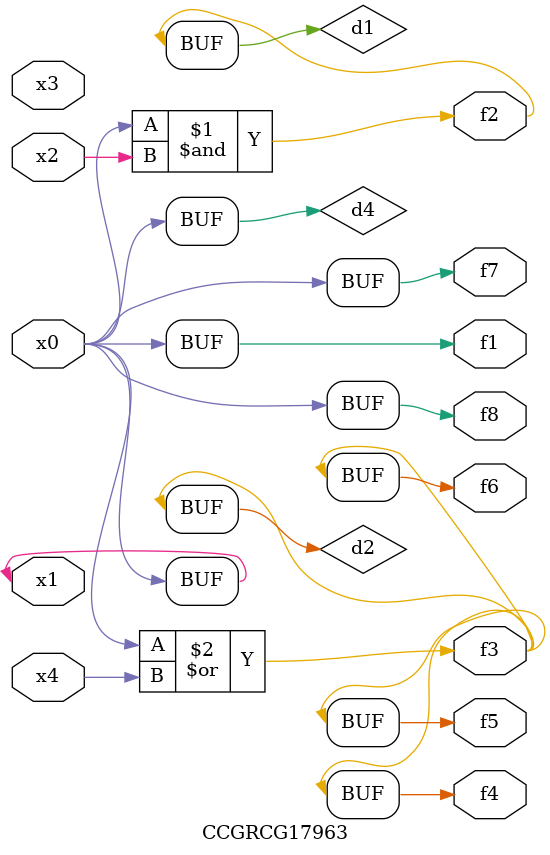
<source format=v>
module CCGRCG17963(
	input x0, x1, x2, x3, x4,
	output f1, f2, f3, f4, f5, f6, f7, f8
);

	wire d1, d2, d3, d4;

	and (d1, x0, x2);
	or (d2, x0, x4);
	nand (d3, x0, x2);
	buf (d4, x0, x1);
	assign f1 = d4;
	assign f2 = d1;
	assign f3 = d2;
	assign f4 = d2;
	assign f5 = d2;
	assign f6 = d2;
	assign f7 = d4;
	assign f8 = d4;
endmodule

</source>
